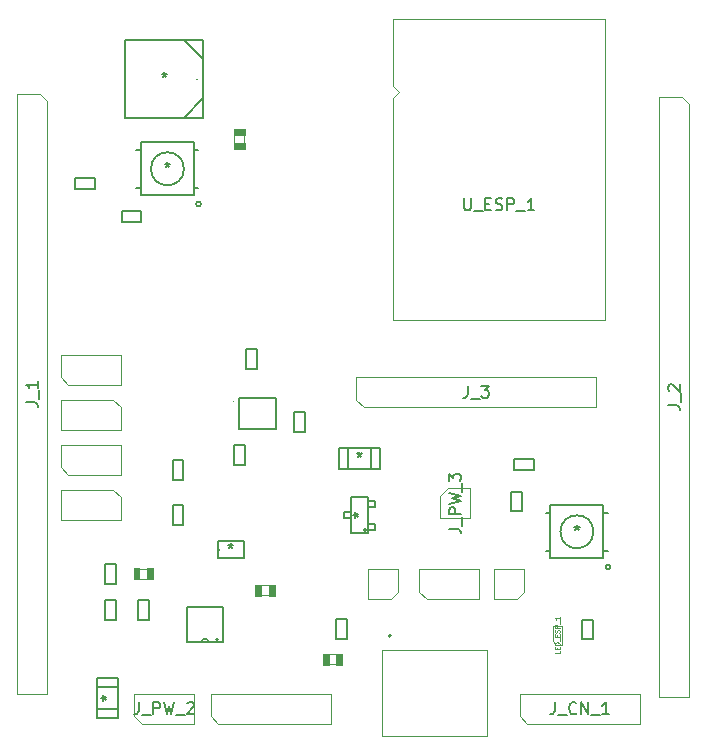
<source format=gbr>
%TF.GenerationSoftware,KiCad,Pcbnew,(5.1.7)-1*%
%TF.CreationDate,2020-11-25T11:44:14-08:00*%
%TF.ProjectId,esp32_sensor,65737033-325f-4736-956e-736f722e6b69,v0.0.3b*%
%TF.SameCoordinates,Original*%
%TF.FileFunction,Other,Fab,Top*%
%FSLAX46Y46*%
G04 Gerber Fmt 4.6, Leading zero omitted, Abs format (unit mm)*
G04 Created by KiCad (PCBNEW (5.1.7)-1) date 2020-11-25 11:44:14*
%MOMM*%
%LPD*%
G01*
G04 APERTURE LIST*
%ADD10C,0.152400*%
%ADD11C,0.100000*%
%ADD12C,0.010000*%
%ADD13C,0.101600*%
%ADD14C,0.127000*%
%ADD15C,0.200000*%
%ADD16C,0.150000*%
%ADD17C,0.060000*%
G04 APERTURE END LIST*
D10*
%TO.C,CP_ESP_1*%
X99568000Y-75438000D02*
X97917000Y-77089000D01*
X99568000Y-72136000D02*
X97917000Y-70485000D01*
X99568000Y-70485000D02*
X92964000Y-70485000D01*
X92964000Y-70485000D02*
X92964000Y-77089000D01*
X92964000Y-77089000D02*
X99568000Y-77089000D01*
X99568000Y-77089000D02*
X99568000Y-70485000D01*
X99060000Y-73787000D02*
G75*
G03*
X99060000Y-73787000I0J0D01*
G01*
D11*
%TO.C,J_PW_2*%
X94361000Y-128397000D02*
X93726000Y-127762000D01*
X98806000Y-128397000D02*
X94361000Y-128397000D01*
X98806000Y-125857000D02*
X98806000Y-128397000D01*
X93726000Y-125857000D02*
X98806000Y-125857000D01*
X93726000Y-127762000D02*
X93726000Y-125857000D01*
%TO.C,U_ESP_1*%
X133587000Y-94215000D02*
X133587000Y-68710000D01*
X115587000Y-94215000D02*
X133587000Y-94215000D01*
X115587000Y-68710000D02*
X115587000Y-74435000D01*
X115587000Y-68710000D02*
X133587000Y-68710000D01*
X115587000Y-75435000D02*
X115587000Y-94215000D01*
X116087000Y-74935000D02*
X115587000Y-74435000D01*
X115587000Y-75435000D02*
X116087000Y-74935000D01*
D12*
%TO.C,C_ESP_1*%
G36*
X102135900Y-78536119D02*
G01*
X102135900Y-78036700D01*
X103086869Y-78036700D01*
X103086869Y-78536119D01*
X102135900Y-78536119D01*
G37*
X102135900Y-78536119D02*
X102135900Y-78036700D01*
X103086869Y-78036700D01*
X103086869Y-78536119D01*
X102135900Y-78536119D01*
G36*
X102135900Y-79705606D02*
G01*
X102135900Y-79205100D01*
X103086129Y-79205100D01*
X103086129Y-79705606D01*
X102135900Y-79705606D01*
G37*
X102135900Y-79705606D02*
X102135900Y-79205100D01*
X103086129Y-79205100D01*
X103086129Y-79705606D01*
X102135900Y-79705606D01*
D13*
X103035000Y-79223000D02*
X103035000Y-78511000D01*
X102184000Y-79223000D02*
X102184000Y-78511000D01*
D11*
%TO.C,J_7*%
X91948000Y-108585000D02*
X92583000Y-109220000D01*
X87503000Y-108585000D02*
X91948000Y-108585000D01*
X87503000Y-111125000D02*
X87503000Y-108585000D01*
X92583000Y-111125000D02*
X87503000Y-111125000D01*
X92583000Y-109220000D02*
X92583000Y-111125000D01*
%TO.C,J_6*%
X88138000Y-107315000D02*
X87503000Y-106680000D01*
X92583000Y-107315000D02*
X88138000Y-107315000D01*
X92583000Y-104775000D02*
X92583000Y-107315000D01*
X87503000Y-104775000D02*
X92583000Y-104775000D01*
X87503000Y-106680000D02*
X87503000Y-104775000D01*
%TO.C,J_5*%
X91948000Y-100965000D02*
X92583000Y-101600000D01*
X87503000Y-100965000D02*
X91948000Y-100965000D01*
X87503000Y-103505000D02*
X87503000Y-100965000D01*
X92583000Y-103505000D02*
X87503000Y-103505000D01*
X92583000Y-101600000D02*
X92583000Y-103505000D01*
%TO.C,J_4*%
X88138000Y-99695000D02*
X87503000Y-99060000D01*
X92583000Y-99695000D02*
X88138000Y-99695000D01*
X92583000Y-97155000D02*
X92583000Y-99695000D01*
X87503000Y-97155000D02*
X92583000Y-97155000D01*
X87503000Y-99060000D02*
X87503000Y-97155000D01*
%TO.C,J_3*%
X113157000Y-101600000D02*
X112522000Y-100965000D01*
X132842000Y-101600000D02*
X113157000Y-101600000D01*
X132842000Y-99060000D02*
X132842000Y-101600000D01*
X112522000Y-99060000D02*
X132842000Y-99060000D01*
X112522000Y-100965000D02*
X112522000Y-99060000D01*
%TO.C,J_2*%
X138176000Y-126111000D02*
X138176000Y-75311000D01*
X140716000Y-126111000D02*
X138176000Y-126111000D01*
X140716000Y-75946000D02*
X140716000Y-126111000D01*
X140081000Y-75311000D02*
X140716000Y-75946000D01*
X138176000Y-75311000D02*
X140081000Y-75311000D01*
%TO.C,J_1*%
X83820000Y-125857000D02*
X83820000Y-75057000D01*
X86360000Y-125857000D02*
X83820000Y-125857000D01*
X86360000Y-75692000D02*
X86360000Y-125857000D01*
X85725000Y-75057000D02*
X86360000Y-75692000D01*
X83820000Y-75057000D02*
X85725000Y-75057000D01*
%TO.C,LED_ESP_1*%
X129140000Y-120104000D02*
X129140000Y-121404000D01*
X129140000Y-121404000D02*
X129440000Y-121704000D01*
X129440000Y-121704000D02*
X129940000Y-121704000D01*
X129940000Y-121704000D02*
X129940000Y-120104000D01*
X129940000Y-120104000D02*
X129140000Y-120104000D01*
%TO.C,J_PW_3*%
X119634000Y-109093000D02*
X120269000Y-108458000D01*
X119634000Y-110998000D02*
X119634000Y-109093000D01*
X122174000Y-110998000D02*
X119634000Y-110998000D01*
X122174000Y-108458000D02*
X122174000Y-110998000D01*
X120269000Y-108458000D02*
X122174000Y-108458000D01*
%TO.C,J_PW_1*%
X118491000Y-117856000D02*
X117856000Y-117221000D01*
X122936000Y-117856000D02*
X118491000Y-117856000D01*
X122936000Y-115316000D02*
X122936000Y-117856000D01*
X117856000Y-115316000D02*
X122936000Y-115316000D01*
X117856000Y-117221000D02*
X117856000Y-115316000D01*
%TO.C,J_CN_4*%
X116078000Y-117221000D02*
X115443000Y-117856000D01*
X116078000Y-115316000D02*
X116078000Y-117221000D01*
X113538000Y-115316000D02*
X116078000Y-115316000D01*
X113538000Y-117856000D02*
X113538000Y-115316000D01*
X115443000Y-117856000D02*
X113538000Y-117856000D01*
%TO.C,J_CN_3*%
X126746000Y-117221000D02*
X126111000Y-117856000D01*
X126746000Y-115316000D02*
X126746000Y-117221000D01*
X124206000Y-115316000D02*
X126746000Y-115316000D01*
X124206000Y-117856000D02*
X124206000Y-115316000D01*
X126111000Y-117856000D02*
X124206000Y-117856000D01*
%TO.C,J_CN_2*%
X100838000Y-128397000D02*
X100203000Y-127762000D01*
X110363000Y-128397000D02*
X100838000Y-128397000D01*
X110363000Y-125857000D02*
X110363000Y-128397000D01*
X100203000Y-125857000D02*
X110363000Y-125857000D01*
X100203000Y-127762000D02*
X100203000Y-125857000D01*
%TO.C,J_CN_1*%
X127000000Y-128397000D02*
X126365000Y-127762000D01*
X136525000Y-128397000D02*
X127000000Y-128397000D01*
X136525000Y-125857000D02*
X136525000Y-128397000D01*
X126365000Y-125857000D02*
X136525000Y-125857000D01*
X126365000Y-127762000D02*
X126365000Y-125857000D01*
D10*
%TO.C,U_PW_1*%
X100812600Y-121265000D02*
G75*
G03*
X100812600Y-121265000I-76200J0D01*
G01*
X101193600Y-121513600D02*
X101193600Y-118516400D01*
X98196400Y-121513600D02*
X101193600Y-121513600D01*
X98196400Y-118516400D02*
X98196400Y-121513600D01*
X101193600Y-118516400D02*
X98196400Y-118516400D01*
X99999800Y-121513600D02*
G75*
G03*
X99390200Y-121513600I-304800J0D01*
G01*
D12*
%TO.C,C_PW_1*%
G36*
X110159786Y-123416100D02*
G01*
X109659700Y-123416100D01*
X109659700Y-122466080D01*
X110159786Y-122466080D01*
X110159786Y-123416100D01*
G37*
X110159786Y-123416100D02*
X109659700Y-123416100D01*
X109659700Y-122466080D01*
X110159786Y-122466080D01*
X110159786Y-123416100D01*
G36*
X111328505Y-123416100D02*
G01*
X110828100Y-123416100D01*
X110828100Y-122465929D01*
X111328505Y-122465929D01*
X111328505Y-123416100D01*
G37*
X111328505Y-123416100D02*
X110828100Y-123416100D01*
X110828100Y-122465929D01*
X111328505Y-122465929D01*
X111328505Y-123416100D01*
D13*
X110846000Y-122517000D02*
X110134000Y-122517000D01*
X110846000Y-123368000D02*
X110134000Y-123368000D01*
D14*
%TO.C,C_IMU_1*%
X103182000Y-96686000D02*
X104082000Y-96686000D01*
X103182000Y-98386000D02*
X104082000Y-98386000D01*
X104082000Y-98386000D02*
X104082000Y-96686000D01*
X103182000Y-98386000D02*
X103182000Y-96686000D01*
%TO.C,C_IMU_2*%
X102166000Y-106514000D02*
X102166000Y-104814000D01*
X103066000Y-106514000D02*
X103066000Y-104814000D01*
X102166000Y-106514000D02*
X103066000Y-106514000D01*
X102166000Y-104814000D02*
X103066000Y-104814000D01*
%TO.C,C_IMU_3*%
X107246000Y-103720000D02*
X107246000Y-102020000D01*
X108146000Y-103720000D02*
X108146000Y-102020000D01*
X107246000Y-103720000D02*
X108146000Y-103720000D01*
X107246000Y-102020000D02*
X108146000Y-102020000D01*
D10*
%TO.C,C_PW_2*%
X90540002Y-125288002D02*
X92339998Y-125288002D01*
X92339998Y-125288002D02*
X92339998Y-124538003D01*
X92339998Y-124538003D02*
X90540002Y-124538003D01*
X90540002Y-124538003D02*
X90540002Y-125288002D01*
X92339998Y-127187998D02*
X90540002Y-127187998D01*
X90540002Y-127187998D02*
X90540002Y-127937997D01*
X90540002Y-127937997D02*
X92339998Y-127937997D01*
X92339998Y-127937997D02*
X92339998Y-127187998D01*
X90540002Y-124538003D02*
X90540002Y-127937997D01*
X90540002Y-127937997D02*
X92339998Y-127937997D01*
X92339998Y-127937997D02*
X92339998Y-124538003D01*
X92339998Y-124538003D02*
X90540002Y-124538003D01*
D13*
%TO.C,C_PW_3*%
X94132000Y-115265000D02*
X94844000Y-115265000D01*
X94132000Y-116116000D02*
X94844000Y-116116000D01*
D12*
G36*
X93649495Y-115216900D02*
G01*
X94149900Y-115216900D01*
X94149900Y-116167071D01*
X93649495Y-116167071D01*
X93649495Y-115216900D01*
G37*
X93649495Y-115216900D02*
X94149900Y-115216900D01*
X94149900Y-116167071D01*
X93649495Y-116167071D01*
X93649495Y-115216900D01*
G36*
X94818214Y-115216900D02*
G01*
X95318300Y-115216900D01*
X95318300Y-116166920D01*
X94818214Y-116166920D01*
X94818214Y-115216900D01*
G37*
X94818214Y-115216900D02*
X95318300Y-115216900D01*
X95318300Y-116166920D01*
X94818214Y-116166920D01*
X94818214Y-115216900D01*
D13*
%TO.C,C_PW_4*%
X104419000Y-116662000D02*
X105131000Y-116662000D01*
X104419000Y-117513000D02*
X105131000Y-117513000D01*
D12*
G36*
X103936394Y-116613900D02*
G01*
X104436900Y-116613900D01*
X104436900Y-117564129D01*
X103936394Y-117564129D01*
X103936394Y-116613900D01*
G37*
X103936394Y-116613900D02*
X104436900Y-116613900D01*
X104436900Y-117564129D01*
X103936394Y-117564129D01*
X103936394Y-116613900D01*
G36*
X105105881Y-116613900D02*
G01*
X105605300Y-116613900D01*
X105605300Y-117564869D01*
X105105881Y-117564869D01*
X105105881Y-116613900D01*
G37*
X105105881Y-116613900D02*
X105605300Y-116613900D01*
X105605300Y-117564869D01*
X105105881Y-117564869D01*
X105105881Y-116613900D01*
D10*
%TO.C,C_PW_5*%
X114475997Y-106817998D02*
X114475997Y-105018002D01*
X111076003Y-106817998D02*
X114475997Y-106817998D01*
X111076003Y-105018002D02*
X111076003Y-106817998D01*
X114475997Y-105018002D02*
X111076003Y-105018002D01*
X111076003Y-106817998D02*
X111826002Y-106817998D01*
X111076003Y-105018002D02*
X111076003Y-106817998D01*
X111826002Y-105018002D02*
X111076003Y-105018002D01*
X111826002Y-106817998D02*
X111826002Y-105018002D01*
X114475997Y-105018002D02*
X113725998Y-105018002D01*
X114475997Y-106817998D02*
X114475997Y-105018002D01*
X113725998Y-106817998D02*
X114475997Y-106817998D01*
X113725998Y-105018002D02*
X113725998Y-106817998D01*
%TO.C,L_PW_1*%
X100768150Y-114388900D02*
X102977950Y-114388900D01*
X102977950Y-114388900D02*
X102977950Y-112941100D01*
X102977950Y-112941100D02*
X100768150Y-112941100D01*
X100768150Y-112941100D02*
X100768150Y-114388900D01*
X100920550Y-113665000D02*
G75*
G03*
X100920550Y-113665000I-76200J0D01*
G01*
%TO.C,Q_PW_1*%
X113474500Y-111442500D02*
X113474500Y-111950500D01*
X113474500Y-111950500D02*
X114084100Y-111950500D01*
X114084100Y-111950500D02*
X114084100Y-111442500D01*
X114084100Y-111442500D02*
X113474500Y-111442500D01*
X113474500Y-109537500D02*
X113474500Y-110045500D01*
X113474500Y-110045500D02*
X114084100Y-110045500D01*
X114084100Y-110045500D02*
X114084100Y-109537500D01*
X114084100Y-109537500D02*
X113474500Y-109537500D01*
X112077500Y-110998000D02*
X112077500Y-110490000D01*
X112077500Y-110490000D02*
X111467900Y-110490000D01*
X111467900Y-110490000D02*
X111467900Y-110998000D01*
X111467900Y-110998000D02*
X112077500Y-110998000D01*
X113474500Y-112255300D02*
X113474500Y-109232700D01*
X113474500Y-109232700D02*
X112077500Y-109232700D01*
X112077500Y-109232700D02*
X112077500Y-112255300D01*
X112077500Y-112255300D02*
X113474500Y-112255300D01*
X113347500Y-112001300D02*
G75*
G03*
X113347500Y-112001300I-127000J0D01*
G01*
D14*
%TO.C,R_ESP_1*%
X94272000Y-85941000D02*
X92672000Y-85941000D01*
X94272000Y-85001000D02*
X92672000Y-85001000D01*
X94272000Y-85941000D02*
X94272000Y-85001000D01*
X92672000Y-85941000D02*
X92672000Y-85001000D01*
%TO.C,R_ESP_2*%
X88685000Y-83127000D02*
X88685000Y-82227000D01*
X90385000Y-83127000D02*
X90385000Y-82227000D01*
X90385000Y-82227000D02*
X88685000Y-82227000D01*
X90385000Y-83127000D02*
X88685000Y-83127000D01*
%TO.C,R_ESP_3*%
X125641000Y-110401000D02*
X125641000Y-108801000D01*
X126581000Y-110401000D02*
X126581000Y-108801000D01*
X125641000Y-110401000D02*
X126581000Y-110401000D01*
X125641000Y-108801000D02*
X126581000Y-108801000D01*
%TO.C,R_ESP_4*%
X125896000Y-105976000D02*
X127596000Y-105976000D01*
X125896000Y-106876000D02*
X127596000Y-106876000D01*
X125896000Y-105976000D02*
X125896000Y-106876000D01*
X127596000Y-105976000D02*
X127596000Y-106876000D01*
%TO.C,R_ESP_5*%
X131610000Y-119596000D02*
X132550000Y-119596000D01*
X131610000Y-121196000D02*
X132550000Y-121196000D01*
X132550000Y-121196000D02*
X132550000Y-119596000D01*
X131610000Y-121196000D02*
X131610000Y-119596000D01*
%TO.C,R_IMU_1*%
X96959000Y-107784000D02*
X96959000Y-106084000D01*
X97859000Y-107784000D02*
X97859000Y-106084000D01*
X96959000Y-107784000D02*
X97859000Y-107784000D01*
X96959000Y-106084000D02*
X97859000Y-106084000D01*
%TO.C,R_IMU_2*%
X97859000Y-111594000D02*
X96959000Y-111594000D01*
X97859000Y-109894000D02*
X96959000Y-109894000D01*
X96959000Y-109894000D02*
X96959000Y-111594000D01*
X97859000Y-109894000D02*
X97859000Y-111594000D01*
%TO.C,R_PW_1*%
X110802000Y-119546000D02*
X111702000Y-119546000D01*
X110802000Y-121246000D02*
X111702000Y-121246000D01*
X111702000Y-121246000D02*
X111702000Y-119546000D01*
X110802000Y-121246000D02*
X110802000Y-119546000D01*
%TO.C,R_PW_2*%
X92144000Y-117895000D02*
X92144000Y-119595000D01*
X91244000Y-117895000D02*
X91244000Y-119595000D01*
X92144000Y-117895000D02*
X91244000Y-117895000D01*
X92144000Y-119595000D02*
X91244000Y-119595000D01*
%TO.C,R_PW_3*%
X91244000Y-114847000D02*
X92144000Y-114847000D01*
X91244000Y-116547000D02*
X92144000Y-116547000D01*
X92144000Y-116547000D02*
X92144000Y-114847000D01*
X91244000Y-116547000D02*
X91244000Y-114847000D01*
%TO.C,R_PW_4*%
X94938000Y-117895000D02*
X94938000Y-119595000D01*
X94038000Y-117895000D02*
X94038000Y-119595000D01*
X94938000Y-117895000D02*
X94038000Y-117895000D01*
X94938000Y-119595000D02*
X94038000Y-119595000D01*
D10*
%TO.C,SW_ESP_1*%
X98767900Y-83007001D02*
X98767900Y-83007001D01*
X98767900Y-83007001D02*
X99145000Y-83007001D01*
X99145000Y-83007001D02*
X99145000Y-83007001D01*
X99145000Y-83007001D02*
X98767900Y-83007001D01*
X98767900Y-79806999D02*
X98767900Y-79806999D01*
X98767900Y-79806999D02*
X99145000Y-79806999D01*
X99145000Y-79806999D02*
X99145000Y-79806999D01*
X99145000Y-79806999D02*
X98767900Y-79806999D01*
X94272100Y-79806999D02*
X94272100Y-79806999D01*
X94272100Y-79806999D02*
X93895000Y-79806999D01*
X93895000Y-79806999D02*
X93895000Y-79806999D01*
X93895000Y-79806999D02*
X94272100Y-79806999D01*
X94272100Y-83007001D02*
X94272100Y-83007001D01*
X94272100Y-83007001D02*
X93895000Y-83007001D01*
X93895000Y-83007001D02*
X93895000Y-83007001D01*
X93895000Y-83007001D02*
X94272100Y-83007001D01*
X98767900Y-79159100D02*
X94272100Y-79159100D01*
X94272100Y-79159100D02*
X94272100Y-83654900D01*
X94272100Y-83654900D02*
X98767900Y-83654900D01*
X98767900Y-83654900D02*
X98767900Y-79159100D01*
X99348200Y-84391301D02*
G75*
G03*
X99348200Y-84391301I-203200J0D01*
G01*
X97917000Y-81407000D02*
G75*
G03*
X97917000Y-81407000I-1397000J0D01*
G01*
%TO.C,SW_ESP_2*%
X132588000Y-112141000D02*
G75*
G03*
X132588000Y-112141000I-1397000J0D01*
G01*
X134019200Y-115125301D02*
G75*
G03*
X134019200Y-115125301I-203200J0D01*
G01*
X133438900Y-114388900D02*
X133438900Y-109893100D01*
X128943100Y-114388900D02*
X133438900Y-114388900D01*
X128943100Y-109893100D02*
X128943100Y-114388900D01*
X133438900Y-109893100D02*
X128943100Y-109893100D01*
X128566000Y-113741001D02*
X128943100Y-113741001D01*
X128566000Y-113741001D02*
X128566000Y-113741001D01*
X128943100Y-113741001D02*
X128566000Y-113741001D01*
X128943100Y-113741001D02*
X128943100Y-113741001D01*
X128566000Y-110540999D02*
X128943100Y-110540999D01*
X128566000Y-110540999D02*
X128566000Y-110540999D01*
X128943100Y-110540999D02*
X128566000Y-110540999D01*
X128943100Y-110540999D02*
X128943100Y-110540999D01*
X133816000Y-110540999D02*
X133438900Y-110540999D01*
X133816000Y-110540999D02*
X133816000Y-110540999D01*
X133438900Y-110540999D02*
X133816000Y-110540999D01*
X133438900Y-110540999D02*
X133438900Y-110540999D01*
X133816000Y-113741001D02*
X133438900Y-113741001D01*
X133816000Y-113741001D02*
X133816000Y-113741001D01*
X133438900Y-113741001D02*
X133816000Y-113741001D01*
X133438900Y-113741001D02*
X133438900Y-113741001D01*
D14*
%TO.C,U_IMU_1*%
X102590000Y-100808000D02*
X105690000Y-100808000D01*
X105690000Y-100808000D02*
X105690000Y-103408000D01*
X105690000Y-103408000D02*
X102590000Y-103408000D01*
X102590000Y-103408000D02*
X102590000Y-100808000D01*
D11*
X102090000Y-101108000D02*
G75*
G03*
X102090000Y-101108000I-50000J0D01*
G01*
%TO.C,U_CN_1*%
X114656000Y-122120000D02*
X114656000Y-129470000D01*
X114656000Y-129470000D02*
X123596000Y-129470000D01*
X123596000Y-129470000D02*
X123596000Y-122120000D01*
X123596000Y-122120000D02*
X114656000Y-122120000D01*
D15*
X115446000Y-120960000D02*
G75*
G03*
X115446000Y-120960000I-100000J0D01*
G01*
%TD*%
%TO.C,CP_ESP_1*%
D16*
X96266000Y-73239380D02*
X96266000Y-73477476D01*
X96027904Y-73382238D02*
X96266000Y-73477476D01*
X96504095Y-73382238D01*
X96123142Y-73667952D02*
X96266000Y-73477476D01*
X96408857Y-73667952D01*
%TO.C,J_PW_2*%
X94099333Y-126579380D02*
X94099333Y-127293666D01*
X94051714Y-127436523D01*
X93956476Y-127531761D01*
X93813619Y-127579380D01*
X93718380Y-127579380D01*
X94337428Y-127674619D02*
X95099333Y-127674619D01*
X95337428Y-127579380D02*
X95337428Y-126579380D01*
X95718380Y-126579380D01*
X95813619Y-126627000D01*
X95861238Y-126674619D01*
X95908857Y-126769857D01*
X95908857Y-126912714D01*
X95861238Y-127007952D01*
X95813619Y-127055571D01*
X95718380Y-127103190D01*
X95337428Y-127103190D01*
X96242190Y-126579380D02*
X96480285Y-127579380D01*
X96670761Y-126865095D01*
X96861238Y-127579380D01*
X97099333Y-126579380D01*
X97242190Y-127674619D02*
X98004095Y-127674619D01*
X98194571Y-126674619D02*
X98242190Y-126627000D01*
X98337428Y-126579380D01*
X98575523Y-126579380D01*
X98670761Y-126627000D01*
X98718380Y-126674619D01*
X98766000Y-126769857D01*
X98766000Y-126865095D01*
X98718380Y-127007952D01*
X98146952Y-127579380D01*
X98766000Y-127579380D01*
%TO.C,U_ESP_1*%
X121634619Y-83907380D02*
X121634619Y-84716904D01*
X121682238Y-84812142D01*
X121729857Y-84859761D01*
X121825095Y-84907380D01*
X122015571Y-84907380D01*
X122110809Y-84859761D01*
X122158428Y-84812142D01*
X122206047Y-84716904D01*
X122206047Y-83907380D01*
X122444142Y-85002619D02*
X123206047Y-85002619D01*
X123444142Y-84383571D02*
X123777476Y-84383571D01*
X123920333Y-84907380D02*
X123444142Y-84907380D01*
X123444142Y-83907380D01*
X123920333Y-83907380D01*
X124301285Y-84859761D02*
X124444142Y-84907380D01*
X124682238Y-84907380D01*
X124777476Y-84859761D01*
X124825095Y-84812142D01*
X124872714Y-84716904D01*
X124872714Y-84621666D01*
X124825095Y-84526428D01*
X124777476Y-84478809D01*
X124682238Y-84431190D01*
X124491761Y-84383571D01*
X124396523Y-84335952D01*
X124348904Y-84288333D01*
X124301285Y-84193095D01*
X124301285Y-84097857D01*
X124348904Y-84002619D01*
X124396523Y-83955000D01*
X124491761Y-83907380D01*
X124729857Y-83907380D01*
X124872714Y-83955000D01*
X125301285Y-84907380D02*
X125301285Y-83907380D01*
X125682238Y-83907380D01*
X125777476Y-83955000D01*
X125825095Y-84002619D01*
X125872714Y-84097857D01*
X125872714Y-84240714D01*
X125825095Y-84335952D01*
X125777476Y-84383571D01*
X125682238Y-84431190D01*
X125301285Y-84431190D01*
X126063190Y-85002619D02*
X126825095Y-85002619D01*
X127587000Y-84907380D02*
X127015571Y-84907380D01*
X127301285Y-84907380D02*
X127301285Y-83907380D01*
X127206047Y-84050238D01*
X127110809Y-84145476D01*
X127015571Y-84193095D01*
%TO.C,J_3*%
X121967714Y-99782380D02*
X121967714Y-100496666D01*
X121920095Y-100639523D01*
X121824857Y-100734761D01*
X121682000Y-100782380D01*
X121586761Y-100782380D01*
X122205809Y-100877619D02*
X122967714Y-100877619D01*
X123110571Y-99782380D02*
X123729619Y-99782380D01*
X123396285Y-100163333D01*
X123539142Y-100163333D01*
X123634380Y-100210952D01*
X123682000Y-100258571D01*
X123729619Y-100353809D01*
X123729619Y-100591904D01*
X123682000Y-100687142D01*
X123634380Y-100734761D01*
X123539142Y-100782380D01*
X123253428Y-100782380D01*
X123158190Y-100734761D01*
X123110571Y-100687142D01*
%TO.C,J_2*%
X138898380Y-101425285D02*
X139612666Y-101425285D01*
X139755523Y-101472904D01*
X139850761Y-101568142D01*
X139898380Y-101711000D01*
X139898380Y-101806238D01*
X139993619Y-101187190D02*
X139993619Y-100425285D01*
X138993619Y-100234809D02*
X138946000Y-100187190D01*
X138898380Y-100091952D01*
X138898380Y-99853857D01*
X138946000Y-99758619D01*
X138993619Y-99711000D01*
X139088857Y-99663380D01*
X139184095Y-99663380D01*
X139326952Y-99711000D01*
X139898380Y-100282428D01*
X139898380Y-99663380D01*
%TO.C,J_1*%
X84542380Y-101171285D02*
X85256666Y-101171285D01*
X85399523Y-101218904D01*
X85494761Y-101314142D01*
X85542380Y-101457000D01*
X85542380Y-101552238D01*
X85637619Y-100933190D02*
X85637619Y-100171285D01*
X85542380Y-99409380D02*
X85542380Y-99980809D01*
X85542380Y-99695095D02*
X84542380Y-99695095D01*
X84685238Y-99790333D01*
X84780476Y-99885571D01*
X84828095Y-99980809D01*
%TO.C,LED_ESP_1*%
D17*
X129720952Y-122227809D02*
X129720952Y-122418285D01*
X129320952Y-122418285D01*
X129511428Y-122094476D02*
X129511428Y-121961142D01*
X129720952Y-121904000D02*
X129720952Y-122094476D01*
X129320952Y-122094476D01*
X129320952Y-121904000D01*
X129720952Y-121732571D02*
X129320952Y-121732571D01*
X129320952Y-121637333D01*
X129340000Y-121580190D01*
X129378095Y-121542095D01*
X129416190Y-121523047D01*
X129492380Y-121504000D01*
X129549523Y-121504000D01*
X129625714Y-121523047D01*
X129663809Y-121542095D01*
X129701904Y-121580190D01*
X129720952Y-121637333D01*
X129720952Y-121732571D01*
X129759047Y-121427809D02*
X129759047Y-121123047D01*
X129511428Y-121027809D02*
X129511428Y-120894476D01*
X129720952Y-120837333D02*
X129720952Y-121027809D01*
X129320952Y-121027809D01*
X129320952Y-120837333D01*
X129701904Y-120684952D02*
X129720952Y-120627809D01*
X129720952Y-120532571D01*
X129701904Y-120494476D01*
X129682857Y-120475428D01*
X129644761Y-120456380D01*
X129606666Y-120456380D01*
X129568571Y-120475428D01*
X129549523Y-120494476D01*
X129530476Y-120532571D01*
X129511428Y-120608761D01*
X129492380Y-120646857D01*
X129473333Y-120665904D01*
X129435238Y-120684952D01*
X129397142Y-120684952D01*
X129359047Y-120665904D01*
X129340000Y-120646857D01*
X129320952Y-120608761D01*
X129320952Y-120513523D01*
X129340000Y-120456380D01*
X129720952Y-120284952D02*
X129320952Y-120284952D01*
X129320952Y-120132571D01*
X129340000Y-120094476D01*
X129359047Y-120075428D01*
X129397142Y-120056380D01*
X129454285Y-120056380D01*
X129492380Y-120075428D01*
X129511428Y-120094476D01*
X129530476Y-120132571D01*
X129530476Y-120284952D01*
X129759047Y-119980190D02*
X129759047Y-119675428D01*
X129720952Y-119370666D02*
X129720952Y-119599238D01*
X129720952Y-119484952D02*
X129320952Y-119484952D01*
X129378095Y-119523047D01*
X129416190Y-119561142D01*
X129435238Y-119599238D01*
%TO.C,J_PW_3*%
D16*
X120356380Y-111894666D02*
X121070666Y-111894666D01*
X121213523Y-111942285D01*
X121308761Y-112037523D01*
X121356380Y-112180380D01*
X121356380Y-112275619D01*
X121451619Y-111656571D02*
X121451619Y-110894666D01*
X121356380Y-110656571D02*
X120356380Y-110656571D01*
X120356380Y-110275619D01*
X120404000Y-110180380D01*
X120451619Y-110132761D01*
X120546857Y-110085142D01*
X120689714Y-110085142D01*
X120784952Y-110132761D01*
X120832571Y-110180380D01*
X120880190Y-110275619D01*
X120880190Y-110656571D01*
X120356380Y-109751809D02*
X121356380Y-109513714D01*
X120642095Y-109323238D01*
X121356380Y-109132761D01*
X120356380Y-108894666D01*
X121451619Y-108751809D02*
X121451619Y-107989904D01*
X120356380Y-107847047D02*
X120356380Y-107228000D01*
X120737333Y-107561333D01*
X120737333Y-107418476D01*
X120784952Y-107323238D01*
X120832571Y-107275619D01*
X120927809Y-107228000D01*
X121165904Y-107228000D01*
X121261142Y-107275619D01*
X121308761Y-107323238D01*
X121356380Y-107418476D01*
X121356380Y-107704190D01*
X121308761Y-107799428D01*
X121261142Y-107847047D01*
%TO.C,J_CN_1*%
X129325952Y-126579380D02*
X129325952Y-127293666D01*
X129278333Y-127436523D01*
X129183095Y-127531761D01*
X129040238Y-127579380D01*
X128945000Y-127579380D01*
X129564047Y-127674619D02*
X130325952Y-127674619D01*
X131135476Y-127484142D02*
X131087857Y-127531761D01*
X130945000Y-127579380D01*
X130849761Y-127579380D01*
X130706904Y-127531761D01*
X130611666Y-127436523D01*
X130564047Y-127341285D01*
X130516428Y-127150809D01*
X130516428Y-127007952D01*
X130564047Y-126817476D01*
X130611666Y-126722238D01*
X130706904Y-126627000D01*
X130849761Y-126579380D01*
X130945000Y-126579380D01*
X131087857Y-126627000D01*
X131135476Y-126674619D01*
X131564047Y-127579380D02*
X131564047Y-126579380D01*
X132135476Y-127579380D01*
X132135476Y-126579380D01*
X132373571Y-127674619D02*
X133135476Y-127674619D01*
X133897380Y-127579380D02*
X133325952Y-127579380D01*
X133611666Y-127579380D02*
X133611666Y-126579380D01*
X133516428Y-126722238D01*
X133421190Y-126817476D01*
X133325952Y-126865095D01*
%TO.C,C_PW_2*%
X90892380Y-126238000D02*
X91130476Y-126238000D01*
X91035238Y-126476095D02*
X91130476Y-126238000D01*
X91035238Y-125999904D01*
X91320952Y-126380857D02*
X91130476Y-126238000D01*
X91320952Y-126095142D01*
%TO.C,C_PW_5*%
X112776000Y-105370380D02*
X112776000Y-105608476D01*
X112537904Y-105513238D02*
X112776000Y-105608476D01*
X113014095Y-105513238D01*
X112633142Y-105798952D02*
X112776000Y-105608476D01*
X112918857Y-105798952D01*
%TO.C,L_PW_1*%
X101873050Y-113117380D02*
X101873050Y-113355476D01*
X101634954Y-113260238D02*
X101873050Y-113355476D01*
X102111145Y-113260238D01*
X101730192Y-113545952D02*
X101873050Y-113355476D01*
X102015907Y-113545952D01*
%TO.C,Q_PW_1*%
X112228380Y-110744000D02*
X112466476Y-110744000D01*
X112371238Y-110982095D02*
X112466476Y-110744000D01*
X112371238Y-110505904D01*
X112656952Y-110886857D02*
X112466476Y-110744000D01*
X112656952Y-110601142D01*
%TO.C,SW_ESP_1*%
X96520000Y-80859380D02*
X96520000Y-81097476D01*
X96281904Y-81002238D02*
X96520000Y-81097476D01*
X96758095Y-81002238D01*
X96377142Y-81287952D02*
X96520000Y-81097476D01*
X96662857Y-81287952D01*
%TO.C,SW_ESP_2*%
X131191000Y-111593380D02*
X131191000Y-111831476D01*
X130952904Y-111736238D02*
X131191000Y-111831476D01*
X131429095Y-111736238D01*
X131048142Y-112021952D02*
X131191000Y-111831476D01*
X131333857Y-112021952D01*
%TD*%
M02*

</source>
